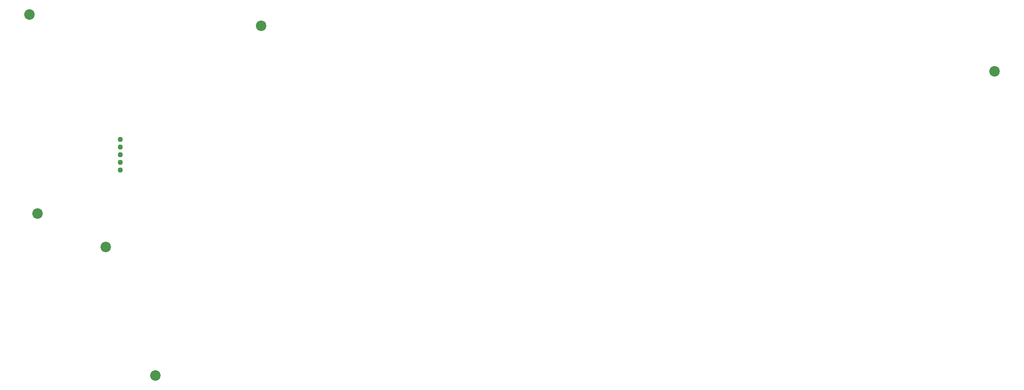
<source format=gbr>
%TF.GenerationSoftware,KiCad,Pcbnew,8.0.6*%
%TF.CreationDate,2025-04-17T09:00:56+02:00*%
%TF.ProjectId,KYBR_ORTHO_PLATE,4b594252-5f4f-4525-9448-4f5f504c4154,rev?*%
%TF.SameCoordinates,Original*%
%TF.FileFunction,Soldermask,Top*%
%TF.FilePolarity,Negative*%
%FSLAX46Y46*%
G04 Gerber Fmt 4.6, Leading zero omitted, Abs format (unit mm)*
G04 Created by KiCad (PCBNEW 8.0.6) date 2025-04-17 09:00:56*
%MOMM*%
%LPD*%
G01*
G04 APERTURE LIST*
%ADD10C,1.100000*%
%ADD11C,2.200000*%
G04 APERTURE END LIST*
D10*
%TO.C,REF\u002A\u002A*%
X76100000Y-72200000D03*
X76100000Y-73800000D03*
X76100000Y-75400000D03*
X76100000Y-77000000D03*
X76100000Y-78600000D03*
%TD*%
D11*
%TO.C,REF\u002A\u002A*%
X73100000Y-94831849D03*
%TD*%
%TO.C,REF\u002A\u002A*%
X105700000Y-48331849D03*
%TD*%
%TO.C,REF\u002A\u002A*%
X83500000Y-121800000D03*
%TD*%
%TO.C,REF\u002A\u002A*%
X57100000Y-45931849D03*
%TD*%
%TO.C,REF\u002A\u002A*%
X58800000Y-87731849D03*
%TD*%
%TO.C,REF\u002A\u002A*%
X259500000Y-57900000D03*
%TD*%
M02*

</source>
